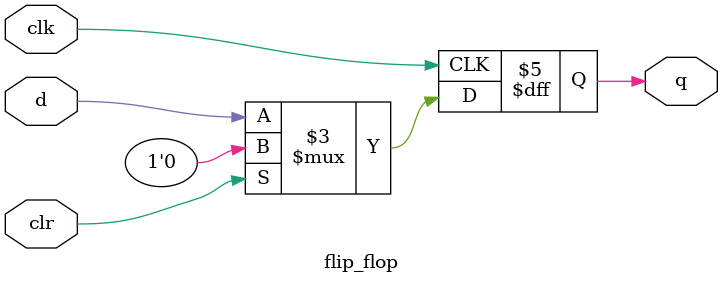
<source format=v>
module flip_flop(clk , d, q, clr) ;
	input clk , d, clr; 
	output reg q; 

	always @(posedge clk )

	begin
		if(clr)
			q <= 1'b0 ;
		else
			q <= d; 

	end 
endmodule 

// for asynchronous use always @(posedge clk or posedge clr) .
// in testbench write similar thing for clr as clk .

</source>
